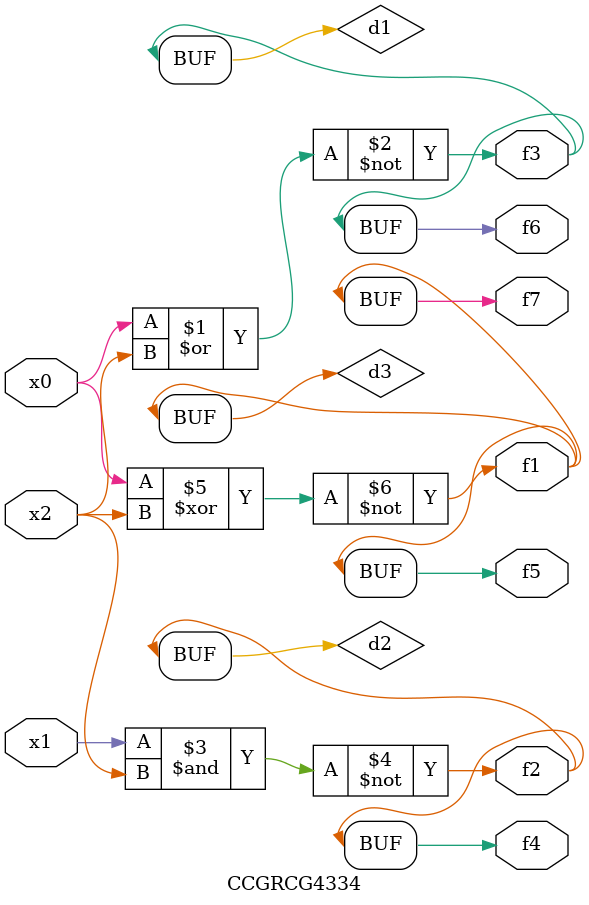
<source format=v>
module CCGRCG4334(
	input x0, x1, x2,
	output f1, f2, f3, f4, f5, f6, f7
);

	wire d1, d2, d3;

	nor (d1, x0, x2);
	nand (d2, x1, x2);
	xnor (d3, x0, x2);
	assign f1 = d3;
	assign f2 = d2;
	assign f3 = d1;
	assign f4 = d2;
	assign f5 = d3;
	assign f6 = d1;
	assign f7 = d3;
endmodule

</source>
